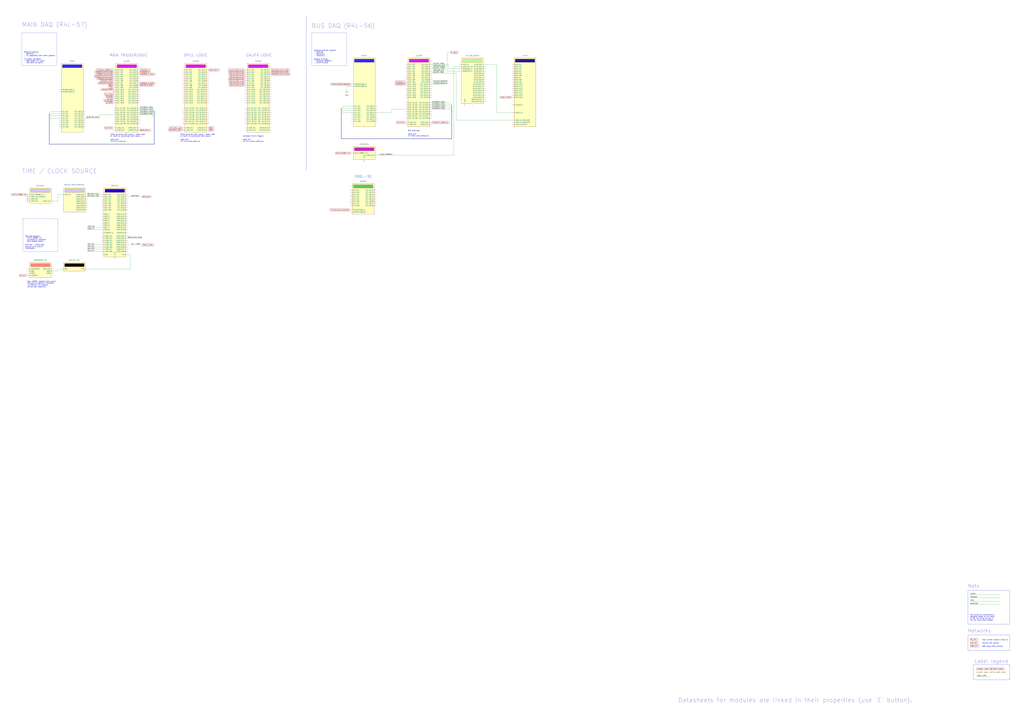
<source format=kicad_sch>
(kicad_sch (version 20230121) (generator eeschema)
  (paper "A0")
  (lib_symbols
    (symbol "daq_parts:clk_trg_distr2"
      (property "Reference" "CLK_TRG_DISTR" (at 0 0 0))
      (symbol "clk_trg_distr2_1_1"
        (rectangle (start -12.7 54.61) (end 12.7 1.27) (fill (type background)))
        (rectangle (start -11.43 53.34) (end 11.43 49.53) (fill (type color) (color 186 255 171 1)))
        (pin power_in line (at -8.89 -1.27 90) (length 2.54) (name "+12V") (number ""))
        (pin input line (at -15.24 44.45 0) (length 2.54) (name "LEMO_CLK_IN") (number ""))
        (pin input line (at -15.24 46.99 0) (length 2.54) (name "RJ45_IN") (number ""))
        (pin output line (at 15.24 46.99 180) (length 2.54) (name "RJ45_OUT1") (number ""))
        (pin output line (at 15.24 24.13 180) (length 2.54) (name "RJ45_OUT10") (number ""))
        (pin output line (at 15.24 21.59 180) (length 2.54) (name "RJ45_OUT11") (number ""))
        (pin output line (at 15.24 19.05 180) (length 2.54) (name "RJ45_OUT12") (number ""))
        (pin output line (at 15.24 16.51 180) (length 2.54) (name "RJ45_OUT13") (number ""))
        (pin output line (at 15.24 13.97 180) (length 2.54) (name "RJ45_OUT14") (number ""))
        (pin output line (at 15.24 11.43 180) (length 2.54) (name "RJ45_OUT15") (number ""))
        (pin output line (at 15.24 8.89 180) (length 2.54) (name "RJ45_OUT16") (number ""))
        (pin output line (at 15.24 44.45 180) (length 2.54) (name "RJ45_OUT2") (number ""))
        (pin output line (at 15.24 41.91 180) (length 2.54) (name "RJ45_OUT3") (number ""))
        (pin output line (at 15.24 39.37 180) (length 2.54) (name "RJ45_OUT4") (number ""))
        (pin output line (at 15.24 36.83 180) (length 2.54) (name "RJ45_OUT5") (number ""))
        (pin output line (at 15.24 34.29 180) (length 2.54) (name "RJ45_OUT6") (number ""))
        (pin output line (at 15.24 31.75 180) (length 2.54) (name "RJ45_OUT7") (number ""))
        (pin output line (at 15.24 29.21 180) (length 2.54) (name "RJ45_OUT8") (number ""))
        (pin output line (at 15.24 26.67 180) (length 2.54) (name "RJ45_OUT9") (number ""))
        (pin input line (at -15.24 41.91 0) (length 2.54) (name "TRIGGER1_IN") (number ""))
        (pin input line (at -15.24 39.37 0) (length 2.54) (name "TRIGGER3_IN") (number ""))
        (pin output line (at 15.24 6.35 180) (length 2.54) (name "TRIGGER_OUT1") (number ""))
        (pin output line (at 15.24 3.81 180) (length 2.54) (name "TRIGGER_OUT2") (number ""))
      )
    )
    (symbol "daq_parts:digilent_hs2"
      (property "Reference" "DIGILENT_HS2" (at 0 0 0))
      (symbol "digilent_hs2_1_1"
        (rectangle (start -12.7 11.43) (end 12.7 1.27) (fill (type background)))
        (rectangle (start -11.43 10.16) (end 11.43 6.35) (fill (type color) (color 5 5 11 1)))
        (pin output line (at 15.24 3.81 180) (length 2.54) (name "JTAG") (number ""))
        (pin input line (at -15.24 3.81 0) (length 2.54) (name "USB") (number ""))
      )
    )
    (symbol "daq_parts:exploder5"
      (property "Reference" "EXPLODER" (at 0 17.78 0))
      (symbol "exploder5_1_1"
        (rectangle (start -12.7 16.51) (end 12.7 1.27) (fill (type background)))
        (rectangle (start -11.43 15.24) (end 11.43 11.43) (fill (type color) (color 206 35 201 1)))
        (pin power_in line (at 0 -1.27 90) (length 2.54) (name "+12V") (number ""))
        (pin output line (at 15.24 6.35 180) (length 2.54) (name "CLOCK_OUT") (number ""))
        (pin input line (at -15.24 8.89 0) (length 2.54) (name "WHITE_RABBIT_IN") (number ""))
      )
    )
    (symbol "daq_parts:pexaria5"
      (property "Reference" "PEXARIA" (at 0 0 0))
      (symbol "pexaria5_1_1"
        (rectangle (start -12.7 19.05) (end 12.7 1.27) (fill (type background)))
        (rectangle (start -11.43 17.78) (end 11.43 13.97) (fill (type color) (color 205 202 255 1)))
        (pin input line (at 15.24 3.81 180) (length 2.54) (name "HDMI_OUT") (number ""))
        (pin input line (at -15.24 8.89 0) (length 2.54) (name "LEMO_IN1_TRIGGER") (number ""))
        (pin input line (at -15.24 6.35 0) (length 2.54) (name "LEMO_IN2") (number ""))
        (pin input line (at -15.24 3.81 0) (length 2.54) (name "LEMO_IN3") (number ""))
        (pin input line (at -15.24 11.43 0) (length 2.54) (name "WHITE_RABBIT_IN") (number ""))
      )
    )
    (symbol "daq_parts:raspberrypi"
      (property "Reference" "RASPBERRY_PI" (at 0 0 0))
      (symbol "raspberrypi_1_1"
        (rectangle (start -12.7 19.05) (end 12.7 1.27) (fill (type background)))
        (rectangle (start -11.43 17.78) (end 11.43 13.97) (fill (type color) (color 255 136 123 1)))
        (pin input line (at -15.24 3.81 0) (length 2.54) (name "ETHERNET") (number ""))
        (pin output line (at 15.24 11.43 180) (length 2.54) (name "HDMI_OUT") (number ""))
        (pin output line (at -15.24 8.89 0) (length 2.54) (name "USB1") (number ""))
        (pin output line (at -15.24 6.35 0) (length 2.54) (name "USB2") (number ""))
        (pin output line (at 15.24 8.89 180) (length 2.54) (name "USB3") (number ""))
        (pin output line (at 15.24 6.35 180) (length 2.54) (name "USB4") (number ""))
        (pin input line (at -15.24 11.43 0) (length 2.54) (name "USB_POWER") (number ""))
      )
    )
    (symbol "daq_parts:triva7"
      (property "Reference" "TRIVA" (at 0 0 0))
      (symbol "triva7_1_1"
        (rectangle (start -12.7 81.28) (end 12.7 1.27) (fill (type background)))
        (rectangle (start -11.43 80.01) (end 11.43 76.2) (fill (type color) (color 47 40 255 1)))
        (pin input line (at -15.24 25.4 0) (length 2.54) (name "ECL_IN1") (number ""))
        (pin input line (at -15.24 22.86 0) (length 2.54) (name "ECL_IN2") (number ""))
        (pin input line (at -15.24 20.32 0) (length 2.54) (name "ECL_IN3") (number ""))
        (pin input line (at -15.24 17.78 0) (length 2.54) (name "ECL_IN4") (number ""))
        (pin input line (at -15.24 15.24 0) (length 2.54) (name "ECL_IN5") (number ""))
        (pin input line (at -15.24 12.7 0) (length 2.54) (name "ECL_IN6") (number ""))
        (pin input line (at -15.24 10.16 0) (length 2.54) (name "ECL_IN7") (number ""))
        (pin input line (at -15.24 7.62 0) (length 2.54) (name "ECL_IN8") (number ""))
        (pin input line (at 15.24 25.4 180) (length 2.54) (name "ECL_OUT1") (number ""))
        (pin input line (at 15.24 22.86 180) (length 2.54) (name "ECL_OUT2") (number ""))
        (pin input line (at 15.24 20.32 180) (length 2.54) (name "ECL_OUT3") (number ""))
        (pin input line (at 15.24 17.78 180) (length 2.54) (name "ECL_OUT4") (number ""))
        (pin input line (at 15.24 15.24 180) (length 2.54) (name "ECL_OUT5") (number ""))
        (pin input line (at 15.24 12.7 180) (length 2.54) (name "ECL_OUT6") (number ""))
        (pin input line (at 15.24 10.16 180) (length 2.54) (name "ECL_OUT7") (number ""))
        (pin input line (at 15.24 7.62 180) (length 2.54) (name "ECL_OUT8") (number ""))
        (pin bidirectional line (at -15.24 50.8 0) (length 2.54) (name "TRIGGER_BUS_A") (number ""))
        (pin bidirectional line (at -15.24 48.26 0) (length 2.54) (name "TRIGGER_BUS_B") (number ""))
      )
    )
    (symbol "daq_parts:trixor"
      (property "Reference" "TRIXOR" (at 0 0 0))
      (symbol "trixor_1_1"
        (rectangle (start -12.7 36.83) (end 12.7 1.27) (fill (type background)))
        (rectangle (start -11.43 35.56) (end 11.43 31.75) (fill (type color) (color 82 206 84 1)))
        (pin input line (at -15.24 29.21 0) (length 2.54) (name "ANY_IN1") (number ""))
        (pin input line (at -15.24 26.67 0) (length 2.54) (name "ANY_IN2") (number ""))
        (pin input line (at -15.24 24.13 0) (length 2.54) (name "ANY_IN3") (number ""))
        (pin input line (at -15.24 21.59 0) (length 2.54) (name "ANY_IN4") (number ""))
        (pin input line (at -15.24 19.05 0) (length 2.54) (name "ANY_IN5") (number ""))
        (pin input line (at -15.24 16.51 0) (length 2.54) (name "ANY_IN6") (number ""))
        (pin input line (at -15.24 13.97 0) (length 2.54) (name "ANY_IN7") (number ""))
        (pin input line (at -15.24 11.43 0) (length 2.54) (name "ANY_IN8") (number ""))
        (pin output line (at 15.24 29.21 180) (length 2.54) (name "ECL_OUT1") (number ""))
        (pin output line (at 15.24 26.67 180) (length 2.54) (name "ECL_OUT2") (number ""))
        (pin output line (at 15.24 24.13 180) (length 2.54) (name "ECL_OUT3") (number ""))
        (pin output line (at 15.24 21.59 180) (length 2.54) (name "ECL_OUT4") (number ""))
        (pin output line (at 15.24 19.05 180) (length 2.54) (name "ECL_OUT5") (number ""))
        (pin output line (at 15.24 16.51 180) (length 2.54) (name "ECL_OUT6") (number ""))
        (pin output line (at 15.24 13.97 180) (length 2.54) (name "ECL_OUT7") (number ""))
        (pin output line (at 15.24 11.43 180) (length 2.54) (name "ECL_OUT8") (number ""))
        (pin bidirectional line (at -15.24 6.35 0) (length 2.54) (name "TRIGGER_BUS_A") (number ""))
        (pin bidirectional line (at -15.24 3.81 0) (length 2.54) (name "TRIGGER_BUS_B") (number ""))
      )
    )
    (symbol "daq_parts:vftx2"
      (property "Reference" "VFTX2" (at 0 0 0))
      (symbol "vftx2_1_1"
        (rectangle (start -12.7 81.28) (end 12.7 1.27) (fill (type background)))
        (rectangle (start -11.43 80.01) (end 11.43 76.2) (fill (type color) (color 27 29 156 1)))
        (pin input line (at -15.24 17.78 0) (length 2.54) (name "CLOCK_IN") (number ""))
        (pin input line (at -15.24 3.81 0) (length 2.54) (name "LEMO_IN_RESET") (number ""))
        (pin input line (at -15.24 8.89 0) (length 2.54) (name "LEMO_IN_TRIGGER1") (number ""))
        (pin input line (at -15.24 6.35 0) (length 2.54) (name "LEMO_IN_TRIGGER2") (number ""))
        (pin input line (at -15.24 26.67 0) (length 2.54) (name "MLVDS_IN") (number ""))
        (pin input line (at -15.24 73.66 0) (length 2.54) (name "SMA_IN1") (number ""))
        (pin input line (at -15.24 50.8 0) (length 2.54) (name "SMA_IN10") (number ""))
        (pin input line (at -15.24 48.26 0) (length 2.54) (name "SMA_IN11") (number ""))
        (pin input line (at -15.24 45.72 0) (length 2.54) (name "SMA_IN12") (number ""))
        (pin input line (at -15.24 43.18 0) (length 2.54) (name "SMA_IN13") (number ""))
        (pin input line (at -15.24 40.64 0) (length 2.54) (name "SMA_IN14") (number ""))
        (pin input line (at -15.24 38.1 0) (length 2.54) (name "SMA_IN15") (number ""))
        (pin input line (at -15.24 35.56 0) (length 2.54) (name "SMA_IN16") (number ""))
        (pin input line (at -15.24 71.12 0) (length 2.54) (name "SMA_IN2") (number ""))
        (pin input line (at -15.24 68.58 0) (length 2.54) (name "SMA_IN3") (number ""))
        (pin input line (at -15.24 66.04 0) (length 2.54) (name "SMA_IN4") (number ""))
        (pin input line (at -15.24 63.5 0) (length 2.54) (name "SMA_IN5") (number ""))
        (pin input line (at -15.24 60.96 0) (length 2.54) (name "SMA_IN6") (number ""))
        (pin input line (at -15.24 58.42 0) (length 2.54) (name "SMA_IN7") (number ""))
        (pin input line (at -15.24 55.88 0) (length 2.54) (name "SMA_IN8") (number ""))
        (pin input line (at -15.24 53.34 0) (length 2.54) (name "SMA_IN9") (number ""))
      )
    )
    (symbol "daq_parts:vulom4"
      (property "Reference" "VULOM" (at 0 0 0))
      (symbol "vulom4_1_1"
        (rectangle (start -12.7 81.28) (end 12.7 1.27) (fill (type background)))
        (rectangle (start -11.43 80.01) (end 11.43 76.2) (fill (type color) (color 216 26 255 1)))
        (pin input line (at -15.24 73.66 0) (length 2.54) (name "ECL_IN1") (number ""))
        (pin input line (at -15.24 50.8 0) (length 2.54) (name "ECL_IN10") (number ""))
        (pin input line (at -15.24 48.26 0) (length 2.54) (name "ECL_IN11") (number ""))
        (pin input line (at -15.24 45.72 0) (length 2.54) (name "ECL_IN12") (number ""))
        (pin input line (at -15.24 43.18 0) (length 2.54) (name "ECL_IN13") (number ""))
        (pin input line (at -15.24 40.64 0) (length 2.54) (name "ECL_IN14") (number ""))
        (pin input line (at -15.24 38.1 0) (length 2.54) (name "ECL_IN15") (number ""))
        (pin input line (at -15.24 35.56 0) (length 2.54) (name "ECL_IN16") (number ""))
        (pin input line (at -15.24 71.12 0) (length 2.54) (name "ECL_IN2") (number ""))
        (pin input line (at -15.24 68.58 0) (length 2.54) (name "ECL_IN3") (number ""))
        (pin input line (at -15.24 66.04 0) (length 2.54) (name "ECL_IN4") (number ""))
        (pin input line (at -15.24 63.5 0) (length 2.54) (name "ECL_IN5") (number ""))
        (pin input line (at -15.24 60.96 0) (length 2.54) (name "ECL_IN6") (number ""))
        (pin input line (at -15.24 58.42 0) (length 2.54) (name "ECL_IN7") (number ""))
        (pin input line (at -15.24 55.88 0) (length 2.54) (name "ECL_IN8") (number ""))
        (pin input line (at -15.24 53.34 0) (length 2.54) (name "ECL_IN9") (number ""))
        (pin input line (at -15.24 29.21 0) (length 2.54) (name "ECL_IO_IN1") (number ""))
        (pin input line (at -15.24 26.67 0) (length 2.54) (name "ECL_IO_IN2") (number ""))
        (pin input line (at -15.24 24.13 0) (length 2.54) (name "ECL_IO_IN3") (number ""))
        (pin input line (at -15.24 21.59 0) (length 2.54) (name "ECL_IO_IN4") (number ""))
        (pin input line (at -15.24 19.05 0) (length 2.54) (name "ECL_IO_IN5") (number ""))
        (pin input line (at -15.24 16.51 0) (length 2.54) (name "ECL_IO_IN6") (number ""))
        (pin input line (at -15.24 13.97 0) (length 2.54) (name "ECL_IO_IN7") (number ""))
        (pin input line (at -15.24 11.43 0) (length 2.54) (name "ECL_IO_IN8") (number ""))
        (pin input line (at 15.24 29.21 180) (length 2.54) (name "ECL_IO_OUT1") (number ""))
        (pin input line (at 15.24 26.67 180) (length 2.54) (name "ECL_IO_OUT2") (number ""))
        (pin input line (at 15.24 24.13 180) (length 2.54) (name "ECL_IO_OUT3") (number ""))
        (pin input line (at 15.24 21.59 180) (length 2.54) (name "ECL_IO_OUT4") (number ""))
        (pin input line (at 15.24 19.05 180) (length 2.54) (name "ECL_IO_OUT5") (number ""))
        (pin input line (at 15.24 16.51 180) (length 2.54) (name "ECL_IO_OUT6") (number ""))
        (pin input line (at 15.24 13.97 180) (length 2.54) (name "ECL_IO_OUT7") (number ""))
        (pin input line (at 15.24 11.43 180) (length 2.54) (name "ECL_IO_OUT8") (number ""))
        (pin input line (at 15.24 73.66 180) (length 2.54) (name "ECL_OUT1") (number ""))
        (pin input line (at 15.24 50.8 180) (length 2.54) (name "ECL_OUT10") (number ""))
        (pin input line (at 15.24 48.26 180) (length 2.54) (name "ECL_OUT11") (number ""))
        (pin input line (at 15.24 45.72 180) (length 2.54) (name "ECL_OUT12") (number ""))
        (pin input line (at 15.24 43.18 180) (length 2.54) (name "ECL_OUT13") (number ""))
        (pin input line (at 15.24 40.64 180) (length 2.54) (name "ECL_OUT14") (number ""))
        (pin input line (at 15.24 38.1 180) (length 2.54) (name "ECL_OUT15") (number ""))
        (pin input line (at 15.24 35.56 180) (length 2.54) (name "ECL_OUT16") (number ""))
        (pin input line (at 15.24 71.12 180) (length 2.54) (name "ECL_OUT2") (number ""))
        (pin input line (at 15.24 68.58 180) (length 2.54) (name "ECL_OUT3") (number ""))
        (pin input line (at 15.24 66.04 180) (length 2.54) (name "ECL_OUT4") (number ""))
        (pin input line (at 15.24 63.5 180) (length 2.54) (name "ECL_OUT5") (number ""))
        (pin input line (at 15.24 60.96 180) (length 2.54) (name "ECL_OUT6") (number ""))
        (pin input line (at 15.24 58.42 180) (length 2.54) (name "ECL_OUT7") (number ""))
        (pin input line (at 15.24 55.88 180) (length 2.54) (name "ECL_OUT8") (number ""))
        (pin input line (at 15.24 53.34 180) (length 2.54) (name "ECL_OUT9") (number ""))
        (pin input line (at -15.24 6.35 0) (length 2.54) (name "LEMO_IN1") (number ""))
        (pin input line (at -15.24 3.81 0) (length 2.54) (name "LEMO_IN2") (number ""))
        (pin input line (at 15.24 6.35 180) (length 2.54) (name "LEMO_OUT1") (number ""))
        (pin input line (at 15.24 3.81 180) (length 2.54) (name "LEMO_OUT2") (number ""))
      )
    )
    (symbol "daq_parts:wrtclk"
      (property "Reference" "WRTCLK" (at 0 0 0))
      (symbol "wrtclk_1_1"
        (rectangle (start -12.7 81.28) (end 12.7 1.27) (fill (type background)))
        (rectangle (start -11.43 80.01) (end 11.43 76.2) (fill (type color) (color 37 0 206 1)))
        (pin power_in line (at 0 -1.27 90) (length 2.54) (name "+12V") (number ""))
        (pin input line (at -15.24 73.66 0) (length 2.54) (name "ANY_IN1") (number ""))
        (pin input line (at -15.24 71.12 0) (length 2.54) (name "ANY_IN2") (number ""))
        (pin input line (at -15.24 68.58 0) (length 2.54) (name "ANY_IN3") (number ""))
        (pin input line (at -15.24 66.04 0) (length 2.54) (name "ANY_IN4") (number ""))
        (pin input line (at -15.24 63.5 0) (length 2.54) (name "ANY_IN5") (number ""))
        (pin input line (at -15.24 60.96 0) (length 2.54) (name "ANY_IN6") (number ""))
        (pin input line (at -15.24 58.42 0) (length 2.54) (name "ANY_IN7") (number ""))
        (pin input line (at -15.24 55.88 0) (length 2.54) (name "ANY_IN8") (number ""))
        (pin output line (at 15.24 73.66 180) (length 2.54) (name "ECL_OUT1") (number ""))
        (pin output line (at 15.24 71.12 180) (length 2.54) (name "ECL_OUT2") (number ""))
        (pin output line (at 15.24 68.58 180) (length 2.54) (name "ECL_OUT3") (number ""))
        (pin output line (at 15.24 66.04 180) (length 2.54) (name "ECL_OUT4") (number ""))
        (pin output line (at 15.24 63.5 180) (length 2.54) (name "ECL_OUT5") (number ""))
        (pin output line (at 15.24 60.96 180) (length 2.54) (name "ECL_OUT6") (number ""))
        (pin output line (at 15.24 58.42 180) (length 2.54) (name "ECL_OUT7") (number ""))
        (pin output line (at 15.24 55.88 180) (length 2.54) (name "ECL_OUT8") (number ""))
        (pin input line (at 15.24 3.81 180) (length 2.54) (name "JTAG") (number ""))
        (pin input line (at -15.24 25.4 0) (length 2.54) (name "LEMO_IN1") (number ""))
        (pin input line (at -15.24 22.86 0) (length 2.54) (name "LEMO_IN2") (number ""))
        (pin input line (at -15.24 20.32 0) (length 2.54) (name "LEMO_IN3") (number ""))
        (pin input line (at -15.24 17.78 0) (length 2.54) (name "LEMO_IN4") (number ""))
        (pin input line (at -15.24 15.24 0) (length 2.54) (name "LEMO_IN5") (number ""))
        (pin input line (at -15.24 12.7 0) (length 2.54) (name "LEMO_IN6") (number ""))
        (pin input line (at -15.24 10.16 0) (length 2.54) (name "LEMO_IN7") (number ""))
        (pin input line (at -15.24 7.62 0) (length 2.54) (name "LEMO_IN8") (number ""))
        (pin output line (at 15.24 25.4 180) (length 2.54) (name "LEMO_OUT1") (number ""))
        (pin output line (at 15.24 22.86 180) (length 2.54) (name "LEMO_OUT2") (number ""))
        (pin output line (at 15.24 20.32 180) (length 2.54) (name "LEMO_OUT3") (number ""))
        (pin output line (at 15.24 17.78 180) (length 2.54) (name "LEMO_OUT4") (number ""))
        (pin output line (at 15.24 15.24 180) (length 2.54) (name "LEMO_OUT5") (number ""))
        (pin output line (at 15.24 12.7 180) (length 2.54) (name "LEMO_OUT6") (number ""))
        (pin output line (at 15.24 10.16 180) (length 2.54) (name "LEMO_OUT7") (number ""))
        (pin output line (at 15.24 7.62 180) (length 2.54) (name "LEMO_OUT8") (number ""))
        (pin output line (at 15.24 50.8 180) (length 2.54) (name "LVDS_OUT1") (number ""))
        (pin output line (at 15.24 48.26 180) (length 2.54) (name "LVDS_OUT2") (number ""))
        (pin output line (at 15.24 45.72 180) (length 2.54) (name "LVDS_OUT3") (number ""))
        (pin output line (at 15.24 43.18 180) (length 2.54) (name "LVDS_OUT4") (number ""))
        (pin output line (at 15.24 40.64 180) (length 2.54) (name "LVDS_OUT5") (number ""))
        (pin output line (at 15.24 38.1 180) (length 2.54) (name "LVDS_OUT6") (number ""))
        (pin output line (at 15.24 35.56 180) (length 2.54) (name "LVDS_OUT7") (number ""))
        (pin output line (at 15.24 33.02 180) (length 2.54) (name "LVDS_OUT8") (number ""))
        (pin bidirectional line (at -15.24 50.8 0) (length 2.54) (name "RES_1") (number ""))
        (pin bidirectional line (at -15.24 48.26 0) (length 2.54) (name "RES_2") (number ""))
        (pin bidirectional line (at -15.24 45.72 0) (length 2.54) (name "RES_3") (number ""))
        (pin bidirectional line (at -15.24 43.18 0) (length 2.54) (name "RES_4") (number ""))
        (pin bidirectional line (at -15.24 40.64 0) (length 2.54) (name "RES_5") (number ""))
        (pin bidirectional line (at -15.24 38.1 0) (length 2.54) (name "RES_6") (number ""))
        (pin bidirectional line (at -15.24 35.56 0) (length 2.54) (name "RES_7") (number ""))
        (pin bidirectional line (at -15.24 33.02 0) (length 2.54) (name "RES_8") (number ""))
        (pin bidirectional line (at -15.24 29.21 0) (length 2.54) (name "TRIGGER_A") (number ""))
        (pin bidirectional line (at 15.24 29.21 180) (length 2.54) (name "TRIGGER_B") (number ""))
        (pin input line (at -15.24 3.81 0) (length 2.54) (name "USB") (number ""))
      )
    )
    (symbol "daq_parts:wrtclk_hdmi_adapter"
      (property "Reference" "WRTCLK_HDMI_ADAPTER" (at 0 0 0))
      (symbol "wrtclk_hdmi_adapter_1_1"
        (rectangle (start -12.7 29.21) (end 12.7 1.27) (fill (type background)))
        (rectangle (start -11.43 27.94) (end 11.43 24.13) (fill (type color) (color 205 202 255 1)))
        (pin input line (at -15.24 21.59 0) (length 2.54) (name "HDMI_IN") (number ""))
        (pin output line (at 15.24 21.59 180) (length 2.54) (name "LVDS_OUT1") (number ""))
        (pin output line (at 15.24 19.05 180) (length 2.54) (name "LVDS_OUT2") (number ""))
        (pin output line (at 15.24 16.51 180) (length 2.54) (name "LVDS_OUT3") (number ""))
        (pin output line (at 15.24 13.97 180) (length 2.54) (name "LVDS_OUT4") (number ""))
        (pin output line (at 15.24 11.43 180) (length 2.54) (name "LVDS_OUT5") (number ""))
        (pin output line (at 15.24 8.89 180) (length 2.54) (name "LVDS_OUT6") (number ""))
        (pin output line (at 15.24 6.35 180) (length 2.54) (name "LVDS_OUT7") (number ""))
        (pin output line (at 15.24 3.81 180) (length 2.54) (name "LVDS_OUT8") (number ""))
      )
    )
    (symbol "otter:GND" (power) (pin_names (offset 0))
      (property "Value" "GND" (at 0 -3.81 0))
      (symbol "GND_0_1"
        (polyline (pts (xy 0 0) (xy 0 -1.27) (xy 1.27 -1.27) (xy 0 -2.54) (xy -1.27 -1.27) (xy 0 -1.27)))
      )
      (symbol "GND_1_1"
        (pin power_in line (at 0 0 270) (length 0) hide (name "GND") (number "1"))
      )
    )
  )
  (no_connect (at 31.75 228.6))
  (no_connect (at 31.75 231.14))
  (no_connect (at 132.08 106.68))
  (no_connect (at 31.75 233.68))
  (bus_entry (at 59.69 134.62) (size -2.54 2.54))
  (bus_entry (at 398.78 125.73) (size -2.54 2.54))
  (bus_entry (at 521.97 121.92) (size 2.54 2.54))
  (bus_entry (at 521.97 119.38) (size 2.54 2.54))
  (bus_entry (at 398.78 123.19) (size -2.54 2.54))
  (bus_entry (at 59.69 129.54) (size -2.54 2.54))
  (bus_entry (at 176.53 128.27) (size 2.54 2.54))
  (bus_entry (at 176.53 130.81) (size 2.54 2.54))
  (bus_entry (at 398.78 130.81) (size -2.54 2.54))
  (bus_entry (at 176.53 133.35) (size 2.54 2.54))
  (bus_entry (at 59.69 137.16) (size -2.54 2.54))
  (bus_entry (at 398.78 128.27) (size -2.54 2.54))
  (bus_entry (at 521.97 127) (size 2.54 2.54))
  (bus_entry (at 521.97 124.46) (size 2.54 2.54))
  (bus_entry (at 176.53 125.73) (size 2.54 2.54))
  (bus_entry (at 59.69 132.08) (size -2.54 2.54))
  (wire (pts (xy 148.59 228.6) (xy 165.1 228.6)))
  (wire (pts (xy 151.13 312.42) (xy 151.13 295.91)))
  (wire (pts (xy 59.69 129.54) (xy 68.58 129.54)))
  (wire (pts (xy 115.57 133.35) (xy 132.08 133.35)))
  (wire (pts (xy 438.15 130.81) (xy 454.66 130.81)))
  (wire (pts (xy 148.59 276.86) (xy 165.1 276.86)))
  (wire (pts (xy 101.6 287.02) (xy 118.11 287.02)))
  (wire (pts (xy 101.6 312.42) (xy 151.13 312.42)))
  (wire (pts (xy 62.23 314.96) (xy 67.31 314.96)))
  (wire (pts (xy 101.6 284.48) (xy 118.11 284.48)))
  (wire (pts (xy 101.6 226.06) (xy 118.11 226.06)))
  (wire (pts (xy 162.56 133.35) (xy 176.53 133.35)))
  (wire (pts (xy 398.78 130.81) (xy 407.67 130.81)))
  (wire (pts (xy 527.05 77.47) (xy 533.4 77.47)))
  (wire (pts (xy 520.7 80.01) (xy 533.4 80.01)))
  (bus (pts (xy 179.07 135.89) (xy 179.07 167.64)))
  (wire (pts (xy 501.65 77.47) (xy 519.43 77.47)))
  (wire (pts (xy 398.78 123.19) (xy 407.67 123.19)))
  (wire (pts (xy 101.6 266.7) (xy 118.11 266.7)))
  (wire (pts (xy 101.6 292.1) (xy 118.11 292.1)))
  (wire (pts (xy 148.59 284.48) (xy 165.1 284.48)))
  (wire (pts (xy 519.43 80.01) (xy 519.43 82.55)))
  (wire (pts (xy 501.65 80.01) (xy 519.43 80.01)))
  (wire (pts (xy 1126.49 694.69) (xy 1160.78 694.69)))
  (wire (pts (xy 501.65 85.09) (xy 529.59 85.09)))
  (wire (pts (xy 101.6 228.6) (xy 118.11 228.6)))
  (wire (pts (xy 501.65 97.79) (xy 516.89 97.79)))
  (polyline (pts (xy 355.6 17.78) (xy 355.6 198.12)))
  (bus (pts (xy 179.07 128.27) (xy 179.07 130.81)))
  (wire (pts (xy 519.43 60.96) (xy 523.24 60.96)))
  (wire (pts (xy 520.7 74.93) (xy 520.7 80.01)))
  (wire (pts (xy 501.65 124.46) (xy 521.97 124.46)))
  (wire (pts (xy 162.56 128.27) (xy 176.53 128.27)))
  (bus (pts (xy 524.51 124.46) (xy 524.51 127)))
  (wire (pts (xy 529.59 85.09) (xy 529.59 139.7)))
  (wire (pts (xy 576.58 130.81) (xy 594.36 130.81)))
  (bus (pts (xy 179.07 167.64) (xy 57.15 167.64)))
  (bus (pts (xy 396.24 125.73) (xy 396.24 128.27)))
  (wire (pts (xy 398.78 125.73) (xy 407.67 125.73)))
  (wire (pts (xy 1126.49 690.88) (xy 1160.78 690.88)))
  (wire (pts (xy 99.06 137.16) (xy 115.57 137.16)))
  (bus (pts (xy 396.24 130.81) (xy 396.24 133.35)))
  (wire (pts (xy 71.12 226.06) (xy 67.31 226.06)))
  (wire (pts (xy 438.15 180.34) (xy 527.05 180.34)))
  (wire (pts (xy 162.56 130.81) (xy 176.53 130.81)))
  (wire (pts (xy 1134.11 786.13) (xy 1149.35 786.13)))
  (wire (pts (xy 59.69 132.08) (xy 68.58 132.08)))
  (bus (pts (xy 57.15 139.7) (xy 57.15 167.64)))
  (bus (pts (xy 524.51 127) (xy 524.51 129.54)))
  (bus (pts (xy 57.15 134.62) (xy 57.15 137.16)))
  (wire (pts (xy 529.59 139.7) (xy 594.36 139.7)))
  (wire (pts (xy 501.65 82.55) (xy 516.89 82.55)))
  (wire (pts (xy 67.31 314.96) (xy 67.31 312.42)))
  (wire (pts (xy 115.57 137.16) (xy 115.57 133.35)))
  (wire (pts (xy 402.59 100.33) (xy 402.59 105.41)))
  (wire (pts (xy 59.69 134.62) (xy 68.58 134.62)))
  (wire (pts (xy 59.69 137.16) (xy 68.58 137.16)))
  (bus (pts (xy 179.07 130.81) (xy 179.07 133.35)))
  (wire (pts (xy 101.6 264.16) (xy 118.11 264.16)))
  (wire (pts (xy 151.13 295.91) (xy 148.59 295.91)))
  (wire (pts (xy 563.88 74.93) (xy 576.58 74.93)))
  (bus (pts (xy 179.07 133.35) (xy 179.07 135.89)))
  (wire (pts (xy 501.65 95.25) (xy 516.89 95.25)))
  (bus (pts (xy 524.51 161.29) (xy 396.24 161.29)))
  (bus (pts (xy 524.51 121.92) (xy 524.51 124.46)))
  (bus (pts (xy 57.15 137.16) (xy 57.15 139.7)))
  (wire (pts (xy 501.65 121.92) (xy 521.97 121.92)))
  (wire (pts (xy 519.43 77.47) (xy 519.43 60.96)))
  (wire (pts (xy 454.66 130.81) (xy 454.66 127)))
  (wire (pts (xy 162.56 125.73) (xy 176.53 125.73)))
  (bus (pts (xy 57.15 132.08) (xy 57.15 134.62)))
  (wire (pts (xy 67.31 226.06) (xy 67.31 233.68)))
  (wire (pts (xy 67.31 312.42) (xy 71.12 312.42)))
  (wire (pts (xy 501.65 119.38) (xy 521.97 119.38)))
  (wire (pts (xy 519.43 82.55) (xy 533.4 82.55)))
  (wire (pts (xy 454.66 127) (xy 471.17 127)))
  (wire (pts (xy 101.6 289.56) (xy 118.11 289.56)))
  (wire (pts (xy 407.67 100.33) (xy 402.59 100.33)))
  (wire (pts (xy 1126.49 698.5) (xy 1160.78 698.5)))
  (bus (pts (xy 396.24 133.35) (xy 396.24 161.29)))
  (bus (pts (xy 396.24 128.27) (xy 396.24 130.81)))
  (wire (pts (xy 576.58 74.93) (xy 576.58 130.81)))
  (wire (pts (xy 527.05 180.34) (xy 527.05 77.47)))
  (wire (pts (xy 62.23 233.68) (xy 67.31 233.68)))
  (wire (pts (xy 501.65 74.93) (xy 520.7 74.93)))
  (bus (pts (xy 524.51 129.54) (xy 524.51 161.29)))
  (wire (pts (xy 398.78 128.27) (xy 407.67 128.27)))
  (wire (pts (xy 501.65 127) (xy 521.97 127)))
  (wire (pts (xy 1126.49 702.31) (xy 1160.78 702.31)))
  (rectangle (start 25.4 38.1) (end 66.04 76.2) (stroke (width 0) (type dash)))
  (rectangle (start 1123.95 737.87) (end 1172.21 755.65))
  (rectangle (start 361.95 38.1) (end 402.59 76.2) (stroke (width 0) (type dash)))
  (rectangle (start 26.67 254) (end 67.31 292.1) (stroke (width 0) (type dash)))
  (rectangle (start 1123.95 685.8) (end 1172.21 725.17))
  (rectangle (start 1130.3 772.16) (end 1172.21 789.94))
  (text "TIME / CLOCK SOURCE\n" (at 25.4 201.93 0) (effects (font (size 5 5)) (justify left bottom)))
  (text "SPILL LOGIC" (at 213.36 66.04 0) (effects (font (size 3 3)) (justify left bottom)))
  (text "MAIN DAQ (R4L-57)" (at 25.4 31.75 0) (effects (font (size 5 5)) (justify left bottom)))
  (text "BUS DAQ (R4L-56)" (at 361.95 33.02 0) (effects (font (size 5 5)) (justify left bottom)))
  (text "Generate CALIFA triggers\n\naddr: 0x4\nr4l-57/vulom_califa.trlo" (at 281.94 165.1 0) (effects (font (size 1.27 1.27)) (justify left bottom)))
  (text "Networks" (at 1123.95 735.33 0) (effects (font (size 4 4)) (justify left bottom)))
  (text "General GSI network" (at 1140.46 748.03 0) (effects (font (size 1.27 1.27)) (justify left bottom)))
  (text "CALIFA LOGIC" (at 285.75 66.04 0) (effects (font (size 3 3)) (justify left bottom)))
  (text "X86L-91\n" (at 411.48 207.01 0) (effects (font (size 3 3)) (justify left bottom)))
  (text "MBS (boot/NFS) network" (at 1140.46 751.84 0) (effects (font (size 1.27 1.27)) (justify left bottom)))
  (text "Required signals:\n- WHITE_RABBIT_TS\n  connected to upstream\n  White Rabbit switch\n\nRATATIME / RATACLOCK\noutputs carry AUX_IN\ninformation." (at 29.21 289.56 0) (effects (font (size 1.27 1.27)) (justify left bottom)))
  (text "Either generate spill signal / beam gate\nor listen to accelerator spill signal.\n\naddr: 0x5\nr4l-57/vulom_spill.trlo" (at 209.55 165.1 0) (effects (font (size 1.27 1.27)) (justify left bottom)))
  (text "Required external signals:\n- RATATIME\n- TRIGGER_1\n- TRIGGER_3\n\nSignals to send:\n- TRIGGER_LOS!ROLU\n- DEADTIME_BUS" (at 364.49 73.66 0) (effects (font (size 1.27 1.27)) (justify left bottom)))
  (text "BUS DAQ logic\n\naddr: 0x3\nr4l-56/vulom_califa.trlo" (at 473.71 158.75 0) (effects (font (size 1.27 1.27)) (justify left bottom)))
  (text "Label legend" (at 1131.57 770.89 0) (effects (font (size 4 4)) (justify left bottom)))
  (text "Net colors are automatically\nassigned based on the name\nof the net. Rules are set in\nthe net class setup dialog." (at 1126.49 721.36 0) (effects (font (size 1.27 1.27)) (justify left bottom)))
  (text "Either generate spill signal / beam gate\nor listen to accelerator spill signal.\n\naddr: 0x3\nr4l-57/vulom.trlo" (at 128.27 165.1 0) (effects (font (size 1.27 1.27)) (justify left bottom)))
  (text "Nets" (at 1123.95 683.26 0) (effects (font (size 4 4)) (justify left bottom)))
  (text "Datasheets for modules are linked in their properties (use 'E' button)." (at 787.4 816.61 0) (effects (font (size 5 5)) (justify left bottom)))
  (text "jtag-pi0001 uploads most recent\nfirmware for WRTCLK EXPLODER\nvia Digilent HS2 adapter\nduring boot sequence." (at 31.75 334.01 0) (effects (font (size 1.27 1.27)) (justify left bottom)))
  (text "Required signals:\n- RATATIME\n- DT (deadtime) from other systems\n\nFor beam operation:\n- BOS (begin-of-spill)\n- EOS (end-of-spill)" (at 27.94 73.66 0) (effects (font (size 1.27 1.27)) (justify left bottom)))
  (text "Slow control network (Cave C)" (at 1140.46 744.22 0) (effects (font (size 1.27 1.27)) (justify left bottom)))
  (text "MAIN TRIGGERLOGIC" (at 127 66.04 0) (effects (font (size 3 3)) (justify left bottom)))
  (label "ENCODED_TRIG2" (at 501.65 121.92 0))
  (label "CLOCK" (at 1126.49 690.88 0))
  (label "ACCEPT_TRIG3" (at 502.92 80.01 0))
  (label "RATACLOCK_SLOW" (at 165.1 276.86 180))
  (label "RATATIME" (at 152.4 228.6 0))
  (label "UART_RX" (at 101.6 264.16 0))
  (label "TIME" (at 1126.49 698.5 0))
  (label "UART_TX" (at 101.6 266.7 0))
  (label "PULSER_POISSON" (at 502.92 95.25 0))
  (label "ENCODED_TRIG1" (at 501.65 119.38 0))
  (label "PULSER_REGULAR" (at 502.92 97.79 0))
  (label "SCHAKEL_CLK" (at 101.6 226.06 0))
  (label "SCHAKEL_TIME" (at 101.6 228.6 0))
  (label "ENCODED_TRIG4" (at 501.65 127 0))
  (label "AUX_IN1" (at 101.6 284.48 0))
  (label "ENCODED_TRIG2" (at 162.56 128.27 0))
  (label "DEADTIME_BUS" (at 502.92 77.47 0))
  (label "LOCAL WIRE" (at 1134.11 786.13 0))
  (label "ACCEPT_TRIG" (at 502.92 85.09 0))
  (label "TRIGGER_LOS" (at 502.92 82.55 0))
  (label "ENCODED_TRIG4" (at 162.56 133.35 0))
  (label "T0 {slash} T5NS" (at 152.4 284.48 0))
  (label "TRIGGER" (at 1126.49 694.69 0))
  (label "ENCODED_TRIG3" (at 162.56 130.81 0))
  (label "ACCEPT_TRIG1" (at 502.92 74.93 0))
  (label "ENCODED_TRIG1" (at 162.56 125.73 0))
  (label "AUX_IN4" (at 101.6 292.1 0))
  (label "CLOCK_200MHZ" (at 440.69 180.34 0))
  (label "AUX_IN3" (at 101.6 289.56 0))
  (label "AUX_IN2" (at 101.6 287.02 0))
  (label "ENCODED_TRIG3" (at 501.65 124.46 0))
  (label "DEADTIME_MAIN" (at 100.33 137.16 0))
  (label "DEADTIME" (at 1126.49 702.31 0))
  (global_label "DT_TTT10" (shape input) (at 132.08 109.22 180) (property "Intersheetrefs" "${INTERSHEET_REFS}" (effects hide)))
  (global_label "RATATIME_MAIN" (shape output) (at 162.56 99.06 0) (property "Intersheetrefs" "${INTERSHEET_REFS}" (effects hide)))
  (global_label "DT_BUS" (shape input) (at 132.08 111.76 180) (property "Intersheetrefs" "${INTERSHEET_REFS}" (effects hide)))
  (global_label "BOS" (shape output) (at 242.57 148.59 0) (property "Intersheetrefs" "${INTERSHEET_REFS}" (effects hide)))
  (global_label "DT_RPC" (shape input) (at 132.08 119.38 180) (property "Intersheetrefs" "${INTERSHEET_REFS}" (effects hide)))
  (global_label "BOS" (shape input) (at 132.08 99.06 180) (property "Intersheetrefs" "${INTERSHEET_REFS}" (effects hide)))
  (global_label "WHITE_RABBIT_TS" (shape input) (at 407.67 177.8 180) (property "Intersheetrefs" "${INTERSHEET_REFS}" (effects hide)))
  (global_label "TRIGGER_1" (shape output) (at 162.56 81.28 0) (property "Intersheetrefs" "${INTERSHEET_REFS}" (effects hide)))
  (global_label "GSI_NET" (shape output) (at 1126.49 746.76 0) (property "Intersheetrefs" "${INTERSHEET_REFS}" (effects hide)))
  (global_label "TRIGGER_BUS_BUSDAQ" (shape input) (at 406.4 243.84 180) (property "Intersheetrefs" "${INTERSHEET_REFS}" (effects hide)))
  (global_label "CALIFA_MES_P_LO" (shape input) (at 284.48 83.82 180) (property "Intersheetrefs" "${INTERSHEET_REFS}" (effects hide)))
  (global_label "RATATIME" (shape output) (at 165.1 228.6 0) (property "Intersheetrefs" "${INTERSHEET_REFS}" (effects hide)))
  (global_label "TRIGGER_PULSER" (shape input) (at 132.08 96.52 180) (property "Intersheetrefs" "${INTERSHEET_REFS}" (effects hide)))
  (global_label "GLOBAL LABEL (BETWEEN DAQs)" (shape output) (at 1134.11 777.24 0) (property "Intersheetrefs" "${INTERSHEET_REFS}" (effects hide)))
  (global_label "CALIFA_WIX_V_UP" (shape input) (at 284.48 96.52 180) (property "Intersheetrefs" "${INTERSHEET_REFS}" (effects hide)))
  (global_label "MBS_NET" (shape output) (at 1126.49 750.57 0) (property "Intersheetrefs" "${INTERSHEET_REFS}" (effects hide)))
  (global_label "TRIGGER_1_FOOT" (shape output) (at 162.56 86.36 0) (property "Intersheetrefs" "${INTERSHEET_REFS}" (effects hide)))
  (global_label "EOS" (shape output) (at 242.57 151.13 0) (property "Intersheetrefs" "${INTERSHEET_REFS}" (effects hide)))
  (global_label "TRIGGER_CALIFA_AND" (shape output) (at 314.96 81.28 0) (property "Intersheetrefs" "${INTERSHEET_REFS}" (effects hide)))
  (global_label "TRIGGER_LOS!ROLU" (shape input) (at 132.08 81.28 180) (property "Intersheetrefs" "${INTERSHEET_REFS}" (effects hide)))
  (global_label "TRIGGER_CALIFA_OR" (shape input) (at 132.08 86.36 180) (property "Intersheetrefs" "${INTERSHEET_REFS}" (effects hide)))
  (global_label "ACC_SPILL_ON" (shape input) (at 212.09 148.59 180) (property "Intersheetrefs" "${INTERSHEET_REFS}" (effects hide)))
  (global_label "SC_NET" (shape input) (at 31.75 320.04 180) (property "Intersheetrefs" "${INTERSHEET_REFS}" (effects hide)))
  (global_label "TRIGGER_CALIFA_AND" (shape input) (at 132.08 83.82 180) (property "Intersheetrefs" "${INTERSHEET_REFS}" (effects hide)))
  (global_label "TRIGGER_NEULAND" (shape input) (at 132.08 91.44 180) (property "Intersheetrefs" "${INTERSHEET_REFS}" (effects hide)))
  (global_label "CALIFA_MES_V_LO" (shape input) (at 284.48 93.98 180) (property "Intersheetrefs" "${INTERSHEET_REFS}" (effects hide)))
  (global_label "TRIGGER_3" (shape output) (at 162.56 83.82 0) (property "Intersheetrefs" "${INTERSHEET_REFS}" (effects hide)))
  (global_label "T5NS_TZERO" (shape output) (at 165.1 284.48 0) (property "Intersheetrefs" "${INTERSHEET_REFS}" (effects hide)))
  (global_label "DT_BUS" (shape output) (at 523.24 60.96 0) (property "Intersheetrefs" "${INTERSHEET_REFS}" (effects hide)))
  (global_label "ACC_SPILL_OFF" (shape input) (at 212.09 151.13 180) (property "Intersheetrefs" "${INTERSHEET_REFS}" (effects hide)))
  (global_label "DT_MUSIC" (shape input) (at 132.08 116.84 180) (property "Intersheetrefs" "${INTERSHEET_REFS}" (effects hide)))
  (global_label "CALIFA_MES_P_UP" (shape input) (at 284.48 81.28 180) (property "Intersheetrefs" "${INTERSHEET_REFS}" (effects hide)))
  (global_label "TRIGGER_3_FOOT" (shape output) (at 162.56 96.52 0) (property "Intersheetrefs" "${INTERSHEET_REFS}" (effects hide)))
  (global_label "TRIGGER_CALIFA_VETO" (shape input) (at 132.08 88.9 180) (property "Intersheetrefs" "${INTERSHEET_REFS}" (effects hide)))
  (global_label "TRIGGER_LOS!ROLU" (shape output) (at 501.65 142.24 0) (property "Intersheetrefs" "${INTERSHEET_REFS}" (effects hide)))
  (global_label "CALIFA_MES_V_UP" (shape input) (at 284.48 91.44 180) (property "Intersheetrefs" "${INTERSHEET_REFS}" (effects hide)))
  (global_label "CALIFA_WIX_V_LO" (shape input) (at 284.48 99.06 180) (property "Intersheetrefs" "${INTERSHEET_REFS}" (effects hide)))
  (global_label "T5NS_TZERO" (shape input) (at 594.36 113.03 180) (property "Intersheetrefs" "${INTERSHEET_REFS}" (effects hide)))
  (global_label "RATATIME" (shape input) (at 471.17 142.24 180) (property "Intersheetrefs" "${INTERSHEET_REFS}" (effects hide)))
  (global_label "BEAM_GATE" (shape output) (at 242.57 81.28 0) (property "Intersheetrefs" "${INTERSHEET_REFS}" (effects hide)))
  (global_label "WHITE_RABBIT_TS" (shape input) (at 31.75 226.06 180) (property "Intersheetrefs" "${INTERSHEET_REFS}" (effects hide)))
  (global_label "CALIFA_WIX_P_LO" (shape input) (at 284.48 88.9 180) (property "Intersheetrefs" "${INTERSHEET_REFS}" (effects hide)))
  (global_label "EOS" (shape input) (at 132.08 101.6 180) (property "Intersheetrefs" "${INTERSHEET_REFS}" (effects hide)))
  (global_label "TRIGGER_CALIFA_VETO" (shape output) (at 314.96 86.36 0) (property "Intersheetrefs" "${INTERSHEET_REFS}" (effects hide)))
  (global_label "CALIFA_WIX_P_UP" (shape input) (at 284.48 86.36 180) (property "Intersheetrefs" "${INTERSHEET_REFS}" (effects hide)))
  (global_label "DT_S2" (shape input) (at 132.08 114.3 180) (property "Intersheetrefs" "${INTERSHEET_REFS}" (effects hide)))
  (global_label "TRIGGER_RPC" (shape input) (at 132.08 104.14 180) (property "Intersheetrefs" "${INTERSHEET_REFS}" (effects hide)))
  (global_label "TRIGGER_1" (shape input) (at 471.17 95.25 180) (property "Intersheetrefs" "${INTERSHEET_REFS}" (effects hide)))
  (global_label "TRIGGER_CALIFA_OR" (shape output) (at 314.96 83.82 0) (property "Intersheetrefs" "${INTERSHEET_REFS}" (effects hide)))
  (global_label "RATATIME" (shape input) (at 132.08 148.59 180) (property "Intersheetrefs" "${INTERSHEET_REFS}" (effects hide)))
  (global_label "SC_NET" (shape output) (at 1126.49 742.95 0) (property "Intersheetrefs" "${INTERSHEET_REFS}" (effects hide)))
  (global_label "TRIGGER_3" (shape input) (at 471.17 97.79 180) (property "Intersheetrefs" "${INTERSHEET_REFS}" (effects hide)))
  (global_label "BEAM_GATE" (shape output) (at 162.56 151.13 0) (property "Intersheetrefs" "${INTERSHEET_REFS}" (effects hide)))
  (global_label "TRIGGER_BUS_BUSDAQ" (shape input) (at 407.67 97.79 180) (property "Intersheetrefs" "${INTERSHEET_REFS}" (effects hide)))
  (global_label "TRIGGER_TOFD" (shape input) (at 132.08 93.98 180) (property "Intersheetrefs" "${INTERSHEET_REFS}" (effects hide)))
  (hierarchical_label "LOCAL LABEL (WITHIN SAME DAQ)" (shape output) (at 1134.11 781.05 0))
  (symbol (lib_id "daq_parts:vulom4") (at 299.72 154.94 0) (unit 1)
    (property "Reference" "VULOM4" (at 299.72 71.12 0))
    (property "Value" "~" (at 299.72 154.94 0))
    (property "Datasheet" "https://www.gsi.de/work/forschung/experimentelektronik/digitalelektronik/digitalelektronik/module/vme/vulom/vulom4b" (effects hide))
  )
  (symbol (lib_id "daq_parts:wrtclk") (at 133.35 299.72 0) (unit 1)
    (property "Reference" "WRTCLK1" (at 133.35 215.9 0))
    (property "Value" "~" (at 133.35 299.72 0))
    (property "Datasheet" "https://web-docs.gsi.de/~bloeher/wrtclk/docs/" (effects hide))
  )
  (symbol (lib_id "daq_parts:triva7") (at 422.91 148.59 0) (unit 1)
    (property "Reference" "TRIVA2" (at 422.91 64.77 0))
    (property "Value" "~" (at 422.91 148.59 0))
    (property "Datasheet" "https://www.gsi.de/work/forschung/experimentelektronik/digitalelektronik/digitalelektronik/module/vme/triva/triva7" (effects hide))
  )
  (symbol (lib_id "daq_parts:vftx2") (at 609.6 148.59 0) (unit 1)
    (property "Reference" "VFTX1" (at 607.06 64.77 0) (effects (justify left)))
    (property "Value" "~" (at 609.6 148.59 0))
    (property "Datasheet" "https://www.gsi.de/work/forschung/experimentelektronik/digitalelektronik/digitalelektronik/module/vme/vftx/vftx2" (effects hide))
  )
  (symbol (lib_id "daq_parts:clk_trg_distr2") (at 548.64 121.92 0) (unit 1)
    (property "Reference" "CLK_TRG_DISTR1" (at 548.64 64.77 0))
    (property "Value" "~" (at 548.64 121.92 0))
  )
  (symbol (lib_id "daq_parts:wrtclk_hdmi_adapter") (at 86.36 247.65 0) (unit 1)
    (property "Reference" "WRTCLK_HDMI_ADAPTER1" (at 86.36 214.63 0))
    (property "Value" "~" (at 86.36 247.65 0))
  )
  (symbol (lib_id "daq_parts:vulom4") (at 147.32 154.94 0) (unit 1)
    (property "Reference" "VULOM1" (at 147.32 71.12 0))
    (property "Value" "~" (at 147.32 154.94 0))
    (property "Datasheet" "https://www.gsi.de/work/forschung/experimentelektronik/digitalelektronik/digitalelektronik/module/vme/vulom/vulom4b" (effects hide))
  )
  (symbol (lib_id "daq_parts:raspberrypi") (at 46.99 323.85 0) (unit 1)
    (property "Reference" "RASPBERRY_PI1" (at 46.99 302.26 0))
    (property "Value" "~" (at 46.99 323.85 0))
  )
  (symbol (lib_id "daq_parts:digilent_hs2") (at 86.36 316.23 0) (unit 1)
    (property "Reference" "DIGILENT_HS1" (at 86.36 302.26 0))
    (property "Value" "~" (at 86.36 316.23 0))
  )
  (symbol (lib_id "daq_parts:triva7") (at 83.82 154.94 0) (unit 1)
    (property "Reference" "TRIVA1" (at 83.82 71.12 0))
    (property "Value" "~" (at 83.82 154.94 0))
    (property "Datasheet" "https://www.gsi.de/work/forschung/experimentelektronik/digitalelektronik/digitalelektronik/module/vme/triva/triva7" (effects hide))
  )
  (symbol (lib_id "daq_parts:vulom4") (at 227.33 154.94 0) (unit 1)
    (property "Reference" "VULOM3" (at 227.33 71.12 0))
    (property "Value" "~" (at 227.33 154.94 0))
    (property "Datasheet" "https://www.gsi.de/work/forschung/experimentelektronik/digitalelektronik/digitalelektronik/module/vme/vulom/vulom4b" (effects hide))
  )
  (symbol (lib_id "daq_parts:exploder5") (at 422.91 186.69 0) (unit 1)
    (property "Reference" "EXPLODER1" (at 422.91 167.64 0))
    (property "Value" "~" (at 422.91 186.69 0))
    (property "Datasheet" "https://www.gsi.de/work/forschung/experimentelektronik/digitalelektronik/digitalelektronik/module/lwl/exploder/exploder5a" (effects hide))
  )
  (symbol (lib_id "daq_parts:pexaria5") (at 46.99 237.49 0) (unit 1)
    (property "Reference" "PEXARIA1" (at 46.99 215.9 0))
    (property "Value" "~" (at 46.99 237.49 0))
    (property "Datasheet" "https://www.gsi.de/work/forschung/experimentelektronik/digitalelektronik/digitalelektronik/module/lwl/pexaria/pexaria5" (effects hide))
  )
  (symbol (lib_id "daq_parts:trixor") (at 421.64 250.19 0) (unit 1)
    (property "Reference" "TRIXOR1" (at 421.64 210.82 0))
    (property "Value" "~" (at 421.64 250.19 0))
  )
  (symbol (lib_id "otter:GND") (at 402.59 105.41 0) (unit 1)
    (property "Reference" "#PWR01" (effects hide))
    (property "Value" "GND" (at 402.59 110.49 0))
  )
  (symbol (lib_id "daq_parts:vulom4") (at 486.41 148.59 0) (unit 1)
    (property "Reference" "VULOM2" (at 486.41 64.77 0))
    (property "Value" "~" (at 486.41 148.59 0))
    (property "Datasheet" "https://www.gsi.de/work/forschung/experimentelektronik/digitalelektronik/digitalelektronik/module/vme/vulom/vulom4b" (effects hide))
  )
)
</source>
